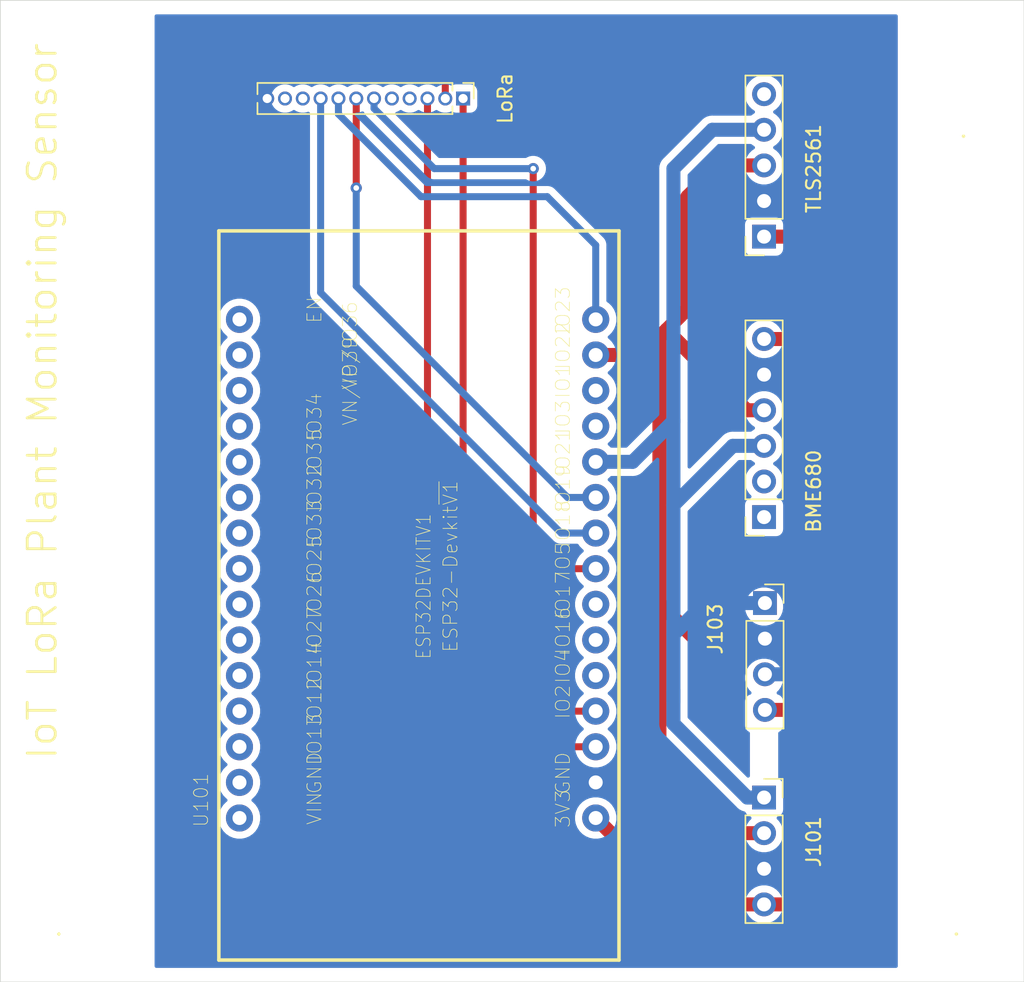
<source format=kicad_pcb>
(kicad_pcb (version 20171130) (host pcbnew "(5.1.10)-1")

  (general
    (thickness 1.6)
    (drawings 6)
    (tracks 88)
    (zones 0)
    (modules 9)
    (nets 11)
  )

  (page A4)
  (layers
    (0 F.Cu signal)
    (31 B.Cu signal)
    (32 B.Adhes user)
    (33 F.Adhes user)
    (34 B.Paste user)
    (35 F.Paste user)
    (36 B.SilkS user)
    (37 F.SilkS user)
    (38 B.Mask user)
    (39 F.Mask user)
    (40 Dwgs.User user)
    (41 Cmts.User user)
    (42 Eco1.User user)
    (43 Eco2.User user)
    (44 Edge.Cuts user)
    (45 Margin user)
    (46 B.CrtYd user)
    (47 F.CrtYd user)
    (48 B.Fab user)
    (49 F.Fab user)
  )

  (setup
    (last_trace_width 1)
    (user_trace_width 0.5)
    (user_trace_width 1)
    (trace_clearance 0.2)
    (zone_clearance 0.508)
    (zone_45_only no)
    (trace_min 0.2)
    (via_size 0.8)
    (via_drill 0.4)
    (via_min_size 0.4)
    (via_min_drill 0.3)
    (uvia_size 0.3)
    (uvia_drill 0.1)
    (uvias_allowed no)
    (uvia_min_size 0.2)
    (uvia_min_drill 0.1)
    (edge_width 0.05)
    (segment_width 0.2)
    (pcb_text_width 0.3)
    (pcb_text_size 1.5 1.5)
    (mod_edge_width 0.12)
    (mod_text_size 1 1)
    (mod_text_width 0.15)
    (pad_size 1.524 1.524)
    (pad_drill 0.762)
    (pad_to_mask_clearance 0)
    (aux_axis_origin 0 0)
    (visible_elements 7FFFFFFF)
    (pcbplotparams
      (layerselection 0x010fc_ffffffff)
      (usegerberextensions false)
      (usegerberattributes true)
      (usegerberadvancedattributes true)
      (creategerberjobfile true)
      (excludeedgelayer true)
      (linewidth 2.000000)
      (plotframeref false)
      (viasonmask false)
      (mode 1)
      (useauxorigin false)
      (hpglpennumber 1)
      (hpglpenspeed 20)
      (hpglpendiameter 15.000000)
      (psnegative false)
      (psa4output false)
      (plotreference true)
      (plotvalue true)
      (plotinvisibletext false)
      (padsonsilk false)
      (subtractmaskfromsilk false)
      (outputformat 1)
      (mirror false)
      (drillshape 0)
      (scaleselection 1)
      (outputdirectory "Gerber/"))
  )

  (net 0 "")
  (net 1 SCL)
  (net 2 SDA)
  (net 3 GNDREF)
  (net 4 3v3)
  (net 5 NSS)
  (net 6 DIO0)
  (net 7 MISO)
  (net 8 MOSI)
  (net 9 RST)
  (net 10 SCK)

  (net_class Default "This is the default net class."
    (clearance 0.2)
    (trace_width 0.25)
    (via_dia 0.8)
    (via_drill 0.4)
    (uvia_dia 0.3)
    (uvia_drill 0.1)
    (add_net 3v3)
    (add_net DIO0)
    (add_net GNDREF)
    (add_net MISO)
    (add_net MOSI)
    (add_net NSS)
    (add_net RST)
    (add_net SCK)
    (add_net SCL)
    (add_net SDA)
  )

  (module MountingHole:MountingHole_3.2mm_M3 (layer F.Cu) (tedit 56D1B4CB) (tstamp 620567F4)
    (at 106.9019 134.0255)
    (descr "Mounting Hole 3.2mm, no annular, M3")
    (tags "mounting hole 3.2mm no annular m3")
    (attr virtual)
    (fp_text reference . (at -0.7299 4.1505) (layer F.SilkS)
      (effects (font (size 1 1) (thickness 0.15)))
    )
    (fp_text value . (at 0 4.2) (layer F.Fab)
      (effects (font (size 1 1) (thickness 0.15)))
    )
    (fp_circle (center 0 0) (end 3.2 0) (layer Cmts.User) (width 0.15))
    (fp_circle (center 0 0) (end 3.45 0) (layer F.CrtYd) (width 0.05))
    (fp_text user %R (at 0.3 0) (layer F.Fab)
      (effects (font (size 1 1) (thickness 0.15)))
    )
    (pad 1 np_thru_hole circle (at 0 0) (size 3.2 3.2) (drill 3.2) (layers *.Cu *.Mask))
  )

  (module MountingHole:MountingHole_3.2mm_M3 (layer F.Cu) (tedit 56D1B4CB) (tstamp 620567F4)
    (at 170.9019 134.0255)
    (descr "Mounting Hole 3.2mm, no annular, M3")
    (tags "mounting hole 3.2mm no annular m3")
    (attr virtual)
    (fp_text reference . (at -0.7219 4.1505) (layer F.SilkS)
      (effects (font (size 1 1) (thickness 0.15)))
    )
    (fp_text value . (at 0 4.2) (layer F.Fab)
      (effects (font (size 1 1) (thickness 0.15)))
    )
    (fp_circle (center 0 0) (end 3.2 0) (layer Cmts.User) (width 0.15))
    (fp_circle (center 0 0) (end 3.45 0) (layer F.CrtYd) (width 0.05))
    (fp_text user %R (at 0.3 0) (layer F.Fab)
      (effects (font (size 1 1) (thickness 0.15)))
    )
    (pad 1 np_thru_hole circle (at 0 0) (size 3.2 3.2) (drill 3.2) (layers *.Cu *.Mask))
  )

  (module MountingHole:MountingHole_3.2mm_M3 (layer F.Cu) (tedit 56D1B4CB) (tstamp 620567F4)
    (at 170 77)
    (descr "Mounting Hole 3.2mm, no annular, M3")
    (tags "mounting hole 3.2mm no annular m3")
    (attr virtual)
    (fp_text reference . (at 0.688 4.28) (layer F.SilkS)
      (effects (font (size 1 1) (thickness 0.15)))
    )
    (fp_text value . (at 0 4.2) (layer F.Fab)
      (effects (font (size 1 1) (thickness 0.15)))
    )
    (fp_circle (center 0 0) (end 3.2 0) (layer Cmts.User) (width 0.15))
    (fp_circle (center 0 0) (end 3.45 0) (layer F.CrtYd) (width 0.05))
    (fp_text user %R (at 0.3 0) (layer F.Fab)
      (effects (font (size 1 1) (thickness 0.15)))
    )
    (pad 1 np_thru_hole circle (at 0 0) (size 3.2 3.2) (drill 3.2) (layers *.Cu *.Mask))
  )

  (module Connector_PinHeader_1.27mm:PinHeader_1x12_P1.27mm_Vertical (layer F.Cu) (tedit 59FED6E3) (tstamp 62056D5A)
    (at 135 79 270)
    (descr "Through hole straight pin header, 1x12, 1.27mm pitch, single row")
    (tags "Through hole pin header THT 1x12 1.27mm single row")
    (path /620731A8)
    (fp_text reference LoRa (at 0 -3 90) (layer F.SilkS)
      (effects (font (size 1 1) (thickness 0.15)))
    )
    (fp_text value . (at 2 14 90) (layer F.Fab)
      (effects (font (size 1 1) (thickness 0.15)))
    )
    (fp_line (start 1.55 -1.15) (end -1.55 -1.15) (layer F.CrtYd) (width 0.05))
    (fp_line (start 1.55 15.15) (end 1.55 -1.15) (layer F.CrtYd) (width 0.05))
    (fp_line (start -1.55 15.15) (end 1.55 15.15) (layer F.CrtYd) (width 0.05))
    (fp_line (start -1.55 -1.15) (end -1.55 15.15) (layer F.CrtYd) (width 0.05))
    (fp_line (start -1.11 -0.76) (end 0 -0.76) (layer F.SilkS) (width 0.12))
    (fp_line (start -1.11 0) (end -1.11 -0.76) (layer F.SilkS) (width 0.12))
    (fp_line (start 0.563471 0.76) (end 1.11 0.76) (layer F.SilkS) (width 0.12))
    (fp_line (start -1.11 0.76) (end -0.563471 0.76) (layer F.SilkS) (width 0.12))
    (fp_line (start 1.11 0.76) (end 1.11 14.665) (layer F.SilkS) (width 0.12))
    (fp_line (start -1.11 0.76) (end -1.11 14.665) (layer F.SilkS) (width 0.12))
    (fp_line (start 0.30753 14.665) (end 1.11 14.665) (layer F.SilkS) (width 0.12))
    (fp_line (start -1.11 14.665) (end -0.30753 14.665) (layer F.SilkS) (width 0.12))
    (fp_line (start -1.05 -0.11) (end -0.525 -0.635) (layer F.Fab) (width 0.1))
    (fp_line (start -1.05 14.605) (end -1.05 -0.11) (layer F.Fab) (width 0.1))
    (fp_line (start 1.05 14.605) (end -1.05 14.605) (layer F.Fab) (width 0.1))
    (fp_line (start 1.05 -0.635) (end 1.05 14.605) (layer F.Fab) (width 0.1))
    (fp_line (start -0.525 -0.635) (end 1.05 -0.635) (layer F.Fab) (width 0.1))
    (fp_text user %R (at 0 6.985) (layer F.Fab)
      (effects (font (size 1 1) (thickness 0.15)))
    )
    (pad 12 thru_hole oval (at 0 13.97 270) (size 1 1) (drill 0.65) (layers *.Cu *.Mask)
      (net 3 GNDREF))
    (pad 11 thru_hole oval (at 0 12.7 270) (size 1 1) (drill 0.65) (layers *.Cu *.Mask))
    (pad 10 thru_hole oval (at 0 11.43 270) (size 1 1) (drill 0.65) (layers *.Cu *.Mask))
    (pad 9 thru_hole oval (at 0 10.16 270) (size 1 1) (drill 0.65) (layers *.Cu *.Mask)
      (net 10 SCK))
    (pad 8 thru_hole oval (at 0 8.89 270) (size 1 1) (drill 0.65) (layers *.Cu *.Mask)
      (net 8 MOSI))
    (pad 7 thru_hole oval (at 0 7.62 270) (size 1 1) (drill 0.65) (layers *.Cu *.Mask)
      (net 7 MISO))
    (pad 6 thru_hole oval (at 0 6.35 270) (size 1 1) (drill 0.65) (layers *.Cu *.Mask)
      (net 5 NSS))
    (pad 5 thru_hole oval (at 0 5.08 270) (size 1 1) (drill 0.65) (layers *.Cu *.Mask))
    (pad 4 thru_hole oval (at 0 3.81 270) (size 1 1) (drill 0.65) (layers *.Cu *.Mask))
    (pad 3 thru_hole oval (at 0 2.54 270) (size 1 1) (drill 0.65) (layers *.Cu *.Mask)
      (net 6 DIO0))
    (pad 2 thru_hole oval (at 0 1.27 270) (size 1 1) (drill 0.65) (layers *.Cu *.Mask)
      (net 4 3v3))
    (pad 1 thru_hole rect (at 0 0 270) (size 1 1) (drill 0.65) (layers *.Cu *.Mask)
      (net 9 RST))
    (model ${KISYS3DMOD}/Connector_PinHeader_1.27mm.3dshapes/PinHeader_1x12_P1.27mm_Vertical.wrl
      (at (xyz 0 0 0))
      (scale (xyz 1 1 1))
      (rotate (xyz 0 0 0))
    )
  )

  (module ESP32DEVKITV1:ESP32-DEVKITV1 (layer F.Cu) (tedit 0) (tstamp 6205666B)
    (at 132.18784 113.79024 90)
    (path /62049B14)
    (fp_text reference U101 (at -15.24 -15.875 90) (layer F.SilkS)
      (effects (font (size 1 1) (thickness 0.05)))
    )
    (fp_text value ESP32DEVKITV1 (at 0 0 90) (layer F.SilkS)
      (effects (font (size 1 0.9) (thickness 0.05)))
    )
    (fp_line (start -26.65 -14.605) (end 25.35 -14.605) (layer F.SilkS) (width 0.254))
    (fp_line (start 25.35 -14.605) (end 25.35 13.93) (layer F.SilkS) (width 0.254))
    (fp_line (start 25.35 13.93) (end -26.65 13.93) (layer F.SilkS) (width 0.254))
    (fp_line (start -26.65 13.93) (end -26.65 -14.605) (layer F.SilkS) (width 0.254))
    (fp_text user ESP32-DEVKITV1 (at 11.35 15.97 90) (layer Eco2.User)
      (effects (font (size 1 1) (thickness 0.05)))
    )
    (fp_text user ESP32-Devkit~V1 (at 1.42 1.91 90) (layer F.SilkS)
      (effects (font (size 1 1) (thickness 0.05)))
    )
    (fp_text user EN (at 19.72 -7.79 90) (layer F.SilkS)
      (effects (font (size 1 1) (thickness 0.05)))
    )
    (fp_text user VP/IO36 (at 17.18 -5.25 90) (layer F.SilkS)
      (effects (font (size 1 1) (thickness 0.05)))
    )
    (fp_text user VN/IO39 (at 14.64 -5.25 90) (layer F.SilkS)
      (effects (font (size 1 1) (thickness 0.05)))
    )
    (fp_text user IO34 (at 12.1 -7.79 90) (layer F.SilkS)
      (effects (font (size 1 1) (thickness 0.05)))
    )
    (fp_text user IO35 (at 9.56 -7.79 90) (layer F.SilkS)
      (effects (font (size 1 1) (thickness 0.05)))
    )
    (fp_text user IO32 (at 7.02 -7.79 90) (layer F.SilkS)
      (effects (font (size 1 1) (thickness 0.05)))
    )
    (fp_text user IO33 (at 4.48 -7.79 90) (layer F.SilkS)
      (effects (font (size 1 1) (thickness 0.05)))
    )
    (fp_text user IO25 (at 1.94 -7.79 90) (layer F.SilkS)
      (effects (font (size 1 1) (thickness 0.05)))
    )
    (fp_text user IO26 (at -0.6 -7.79 90) (layer F.SilkS)
      (effects (font (size 1 1) (thickness 0.05)))
    )
    (fp_text user IO27 (at -3.14 -7.79 90) (layer F.SilkS)
      (effects (font (size 1 1) (thickness 0.05)))
    )
    (fp_text user IO14 (at -5.68 -7.79 90) (layer F.SilkS)
      (effects (font (size 1 1) (thickness 0.05)))
    )
    (fp_text user IO12 (at -8.22 -7.79 90) (layer F.SilkS)
      (effects (font (size 1 1) (thickness 0.05)))
    )
    (fp_text user IO13 (at -10.76 -7.79 90) (layer F.SilkS)
      (effects (font (size 1 1) (thickness 0.05)))
    )
    (fp_text user GND (at -13.3 -7.79 90) (layer F.SilkS)
      (effects (font (size 1 1) (thickness 0.05)))
    )
    (fp_text user VIN (at -15.84 -7.79 90) (layer F.SilkS)
      (effects (font (size 1 1) (thickness 0.05)))
    )
    (fp_text user IO23 (at 19.7 9.93 90) (layer F.SilkS)
      (effects (font (size 1 1) (thickness 0.05)))
    )
    (fp_text user IO22 (at 17.16 9.93 90) (layer F.SilkS)
      (effects (font (size 1 1) (thickness 0.05)))
    )
    (fp_text user IO1 (at 14.62 9.93 90) (layer F.SilkS)
      (effects (font (size 1 1) (thickness 0.05)))
    )
    (fp_text user IO3 (at 12.08 9.93 90) (layer F.SilkS)
      (effects (font (size 1 1) (thickness 0.05)))
    )
    (fp_text user IO21 (at 9.54 9.93 90) (layer F.SilkS)
      (effects (font (size 1 1) (thickness 0.05)))
    )
    (fp_text user IO19 (at 7 9.93 90) (layer F.SilkS)
      (effects (font (size 1 1) (thickness 0.05)))
    )
    (fp_text user IO18 (at 4.46 9.93 90) (layer F.SilkS)
      (effects (font (size 1 1) (thickness 0.05)))
    )
    (fp_text user IO5 (at 1.92 9.93 90) (layer F.SilkS)
      (effects (font (size 1 1) (thickness 0.05)))
    )
    (fp_text user IO17 (at -0.62 9.93 90) (layer F.SilkS)
      (effects (font (size 1 1) (thickness 0.05)))
    )
    (fp_text user IO16 (at -3.16 9.93 90) (layer F.SilkS)
      (effects (font (size 1 1) (thickness 0.05)))
    )
    (fp_text user IO4 (at -5.7 9.93 90) (layer F.SilkS)
      (effects (font (size 1 1) (thickness 0.05)))
    )
    (fp_text user IO2 (at -8.24 9.93 90) (layer F.SilkS)
      (effects (font (size 1 1) (thickness 0.05)))
    )
    (fp_text user GND (at -13.32 9.93 90) (layer F.SilkS)
      (effects (font (size 1 1) (thickness 0.05)))
    )
    (fp_text user 3V3 (at -15.86 9.93 90) (layer F.SilkS)
      (effects (font (size 1 1) (thickness 0.05)))
    )
    (pad EN thru_hole circle (at 19.04 -13.135 90) (size 1.9304 1.9304) (drill 1) (layers *.Cu *.Mask))
    (pad D36 thru_hole circle (at 16.5 -13.135 90) (size 1.9304 1.9304) (drill 1) (layers *.Cu *.Mask))
    (pad D39 thru_hole circle (at 13.96 -13.135 90) (size 1.9304 1.9304) (drill 1) (layers *.Cu *.Mask))
    (pad D34 thru_hole circle (at 11.42 -13.135 90) (size 1.9304 1.9304) (drill 1) (layers *.Cu *.Mask))
    (pad D35 thru_hole circle (at 8.88 -13.135 90) (size 1.9304 1.9304) (drill 1) (layers *.Cu *.Mask))
    (pad D32 thru_hole circle (at 6.34 -13.135 90) (size 1.9304 1.9304) (drill 1) (layers *.Cu *.Mask))
    (pad D33 thru_hole circle (at 3.8 -13.135 90) (size 1.9304 1.9304) (drill 1) (layers *.Cu *.Mask))
    (pad D25 thru_hole circle (at 1.26 -13.135 90) (size 1.9304 1.9304) (drill 1) (layers *.Cu *.Mask))
    (pad D26 thru_hole circle (at -1.28 -13.135 90) (size 1.9304 1.9304) (drill 1) (layers *.Cu *.Mask))
    (pad D27 thru_hole circle (at -3.82 -13.135 90) (size 1.9304 1.9304) (drill 1) (layers *.Cu *.Mask))
    (pad D14 thru_hole circle (at -6.36 -13.135 90) (size 1.9304 1.9304) (drill 1) (layers *.Cu *.Mask))
    (pad D12 thru_hole circle (at -8.9 -13.135 90) (size 1.9304 1.9304) (drill 1) (layers *.Cu *.Mask))
    (pad D13 thru_hole circle (at -11.44 -13.135 90) (size 1.9304 1.9304) (drill 1) (layers *.Cu *.Mask))
    (pad GND@1 thru_hole circle (at -13.98 -13.135 90) (size 1.9304 1.9304) (drill 1) (layers *.Cu *.Mask))
    (pad VIN thru_hole circle (at -16.52 -13.135 90) (size 1.9304 1.9304) (drill 1) (layers *.Cu *.Mask))
    (pad D23 thru_hole circle (at 19.04 12.27 90) (size 1.9304 1.9304) (drill 1) (layers *.Cu *.Mask)
      (net 8 MOSI))
    (pad D22 thru_hole circle (at 16.5 12.27 90) (size 1.9304 1.9304) (drill 1) (layers *.Cu *.Mask)
      (net 1 SCL))
    (pad D1 thru_hole circle (at 13.96 12.27 90) (size 1.9304 1.9304) (drill 1) (layers *.Cu *.Mask))
    (pad D3 thru_hole circle (at 11.42 12.27 90) (size 1.9304 1.9304) (drill 1) (layers *.Cu *.Mask))
    (pad D21 thru_hole circle (at 8.88 12.27 90) (size 1.9304 1.9304) (drill 1) (layers *.Cu *.Mask)
      (net 2 SDA))
    (pad D19 thru_hole circle (at 6.34 12.27 90) (size 1.9304 1.9304) (drill 1) (layers *.Cu *.Mask)
      (net 7 MISO))
    (pad D18 thru_hole circle (at 3.8 12.27 90) (size 1.9304 1.9304) (drill 1) (layers *.Cu *.Mask)
      (net 10 SCK))
    (pad D5 thru_hole circle (at 1.26 12.27 90) (size 1.9304 1.9304) (drill 1) (layers *.Cu *.Mask)
      (net 5 NSS))
    (pad D17 thru_hole circle (at -1.28 12.27 90) (size 1.9304 1.9304) (drill 1) (layers *.Cu *.Mask))
    (pad D16 thru_hole circle (at -3.82 12.27 90) (size 1.9304 1.9304) (drill 1) (layers *.Cu *.Mask))
    (pad D4 thru_hole circle (at -6.36 12.27 90) (size 1.9304 1.9304) (drill 1) (layers *.Cu *.Mask))
    (pad D2 thru_hole circle (at -8.9 12.27 90) (size 1.9304 1.9304) (drill 1) (layers *.Cu *.Mask)
      (net 9 RST))
    (pad D15 thru_hole circle (at -11.44 12.27 90) (size 1.9304 1.9304) (drill 1) (layers *.Cu *.Mask)
      (net 6 DIO0))
    (pad GND@2 thru_hole circle (at -13.98 12.27 90) (size 1.9304 1.9304) (drill 1) (layers *.Cu *.Mask)
      (net 3 GNDREF))
    (pad 3V3 thru_hole circle (at -16.52 12.27 90) (size 1.9304 1.9304) (drill 1) (layers *.Cu *.Mask)
      (net 4 3v3))
    (model "C:/Users/filipe/Documents/Projetos kikad/modelos_3d/esp-wroom-32-2.snapshot.2/ESP-WROOM32.STEP"
      (offset (xyz -15 -1 5))
      (scale (xyz 1 1 1))
      (rotate (xyz 90 180 -90))
    )
  )

  (module Connector_PinSocket_2.54mm:PinSocket_1x05_P2.54mm_Vertical (layer F.Cu) (tedit 5A19A420) (tstamp 62056625)
    (at 156.46292 88.85092 180)
    (descr "Through hole straight socket strip, 1x05, 2.54mm pitch, single row (from Kicad 4.0.7), script generated")
    (tags "Through hole socket strip THT 1x05 2.54mm single row")
    (path /6205124B)
    (fp_text reference TLS2561 (at -3.53708 4.85092 90) (layer F.SilkS)
      (effects (font (size 1 1) (thickness 0.15)))
    )
    (fp_text value HEADER-1x05 (at 0 12.93) (layer F.Fab)
      (effects (font (size 1 1) (thickness 0.15)))
    )
    (fp_line (start -1.8 11.9) (end -1.8 -1.8) (layer F.CrtYd) (width 0.05))
    (fp_line (start 1.75 11.9) (end -1.8 11.9) (layer F.CrtYd) (width 0.05))
    (fp_line (start 1.75 -1.8) (end 1.75 11.9) (layer F.CrtYd) (width 0.05))
    (fp_line (start -1.8 -1.8) (end 1.75 -1.8) (layer F.CrtYd) (width 0.05))
    (fp_line (start 0 -1.33) (end 1.33 -1.33) (layer F.SilkS) (width 0.12))
    (fp_line (start 1.33 -1.33) (end 1.33 0) (layer F.SilkS) (width 0.12))
    (fp_line (start 1.33 1.27) (end 1.33 11.49) (layer F.SilkS) (width 0.12))
    (fp_line (start -1.33 11.49) (end 1.33 11.49) (layer F.SilkS) (width 0.12))
    (fp_line (start -1.33 1.27) (end -1.33 11.49) (layer F.SilkS) (width 0.12))
    (fp_line (start -1.33 1.27) (end 1.33 1.27) (layer F.SilkS) (width 0.12))
    (fp_line (start -1.27 11.43) (end -1.27 -1.27) (layer F.Fab) (width 0.1))
    (fp_line (start 1.27 11.43) (end -1.27 11.43) (layer F.Fab) (width 0.1))
    (fp_line (start 1.27 -0.635) (end 1.27 11.43) (layer F.Fab) (width 0.1))
    (fp_line (start 0.635 -1.27) (end 1.27 -0.635) (layer F.Fab) (width 0.1))
    (fp_line (start -1.27 -1.27) (end 0.635 -1.27) (layer F.Fab) (width 0.1))
    (fp_text user %R (at 0 5.08 90) (layer F.Fab)
      (effects (font (size 1 1) (thickness 0.15)))
    )
    (pad 5 thru_hole oval (at 0 10.16 180) (size 1.7 1.7) (drill 1) (layers *.Cu *.Mask))
    (pad 4 thru_hole oval (at 0 7.62 180) (size 1.7 1.7) (drill 1) (layers *.Cu *.Mask)
      (net 2 SDA))
    (pad 3 thru_hole oval (at 0 5.08 180) (size 1.7 1.7) (drill 1) (layers *.Cu *.Mask)
      (net 1 SCL))
    (pad 2 thru_hole oval (at 0 2.54 180) (size 1.7 1.7) (drill 1) (layers *.Cu *.Mask)
      (net 3 GNDREF))
    (pad 1 thru_hole rect (at 0 0 180) (size 1.7 1.7) (drill 1) (layers *.Cu *.Mask)
      (net 4 3v3))
    (model ${KISYS3DMOD}/Connector_PinSocket_2.54mm.3dshapes/PinSocket_1x05_P2.54mm_Vertical.wrl
      (at (xyz 0 0 0))
      (scale (xyz 1 1 1))
      (rotate (xyz 0 0 0))
    )
  )

  (module Connector_PinSocket_2.54mm:PinSocket_1x04_P2.54mm_Vertical (layer F.Cu) (tedit 5A19A429) (tstamp 620568FC)
    (at 156.52496 114.98072)
    (descr "Through hole straight socket strip, 1x04, 2.54mm pitch, single row (from Kicad 4.0.7), script generated")
    (tags "Through hole socket strip THT 1x04 2.54mm single row")
    (path /62050C28)
    (fp_text reference J103 (at -3.53708 1.85092 90) (layer F.SilkS)
      (effects (font (size 1 1) (thickness 0.15)))
    )
    (fp_text value SGP30 (at -1.53708 -1.14908 90) (layer F.Fab)
      (effects (font (size 1 1) (thickness 0.15)))
    )
    (fp_line (start -1.8 9.4) (end -1.8 -1.8) (layer F.CrtYd) (width 0.05))
    (fp_line (start 1.75 9.4) (end -1.8 9.4) (layer F.CrtYd) (width 0.05))
    (fp_line (start 1.75 -1.8) (end 1.75 9.4) (layer F.CrtYd) (width 0.05))
    (fp_line (start -1.8 -1.8) (end 1.75 -1.8) (layer F.CrtYd) (width 0.05))
    (fp_line (start 0 -1.33) (end 1.33 -1.33) (layer F.SilkS) (width 0.12))
    (fp_line (start 1.33 -1.33) (end 1.33 0) (layer F.SilkS) (width 0.12))
    (fp_line (start 1.33 1.27) (end 1.33 8.95) (layer F.SilkS) (width 0.12))
    (fp_line (start -1.33 8.95) (end 1.33 8.95) (layer F.SilkS) (width 0.12))
    (fp_line (start -1.33 1.27) (end -1.33 8.95) (layer F.SilkS) (width 0.12))
    (fp_line (start -1.33 1.27) (end 1.33 1.27) (layer F.SilkS) (width 0.12))
    (fp_line (start -1.27 8.89) (end -1.27 -1.27) (layer F.Fab) (width 0.1))
    (fp_line (start 1.27 8.89) (end -1.27 8.89) (layer F.Fab) (width 0.1))
    (fp_line (start 1.27 -0.635) (end 1.27 8.89) (layer F.Fab) (width 0.1))
    (fp_line (start 0.635 -1.27) (end 1.27 -0.635) (layer F.Fab) (width 0.1))
    (fp_line (start -1.27 -1.27) (end 0.635 -1.27) (layer F.Fab) (width 0.1))
    (fp_text user %R (at 0 3.81 90) (layer F.Fab)
      (effects (font (size 1 1) (thickness 0.15)))
    )
    (pad 4 thru_hole oval (at 0 7.62) (size 1.7 1.7) (drill 1) (layers *.Cu *.Mask)
      (net 4 3v3))
    (pad 3 thru_hole oval (at 0 5.08) (size 1.7 1.7) (drill 1) (layers *.Cu *.Mask)
      (net 3 GNDREF))
    (pad 2 thru_hole oval (at 0 2.54) (size 1.7 1.7) (drill 1) (layers *.Cu *.Mask)
      (net 1 SCL))
    (pad 1 thru_hole rect (at 0 0) (size 1.7 1.7) (drill 1) (layers *.Cu *.Mask)
      (net 2 SDA))
    (model ${KISYS3DMOD}/Connector_PinSocket_2.54mm.3dshapes/PinSocket_1x04_P2.54mm_Vertical.wrl
      (at (xyz 0 0 0))
      (scale (xyz 1 1 1))
      (rotate (xyz 0 0 0))
    )
  )

  (module Connector_PinSocket_2.54mm:PinSocket_1x06_P2.54mm_Vertical (layer F.Cu) (tedit 5A19A430) (tstamp 620565F4)
    (at 156.46292 108.85092 180)
    (descr "Through hole straight socket strip, 1x06, 2.54mm pitch, single row (from Kicad 4.0.7), script generated")
    (tags "Through hole socket strip THT 1x06 2.54mm single row")
    (path /620524DF)
    (fp_text reference BME680 (at -3.53708 1.85092 90) (layer F.SilkS)
      (effects (font (size 1 1) (thickness 0.15)))
    )
    (fp_text value HEADER-1x06 (at 0 15.47) (layer F.Fab)
      (effects (font (size 1 1) (thickness 0.15)))
    )
    (fp_line (start -1.8 14.45) (end -1.8 -1.8) (layer F.CrtYd) (width 0.05))
    (fp_line (start 1.75 14.45) (end -1.8 14.45) (layer F.CrtYd) (width 0.05))
    (fp_line (start 1.75 -1.8) (end 1.75 14.45) (layer F.CrtYd) (width 0.05))
    (fp_line (start -1.8 -1.8) (end 1.75 -1.8) (layer F.CrtYd) (width 0.05))
    (fp_line (start 0 -1.33) (end 1.33 -1.33) (layer F.SilkS) (width 0.12))
    (fp_line (start 1.33 -1.33) (end 1.33 0) (layer F.SilkS) (width 0.12))
    (fp_line (start 1.33 1.27) (end 1.33 14.03) (layer F.SilkS) (width 0.12))
    (fp_line (start -1.33 14.03) (end 1.33 14.03) (layer F.SilkS) (width 0.12))
    (fp_line (start -1.33 1.27) (end -1.33 14.03) (layer F.SilkS) (width 0.12))
    (fp_line (start -1.33 1.27) (end 1.33 1.27) (layer F.SilkS) (width 0.12))
    (fp_line (start -1.27 13.97) (end -1.27 -1.27) (layer F.Fab) (width 0.1))
    (fp_line (start 1.27 13.97) (end -1.27 13.97) (layer F.Fab) (width 0.1))
    (fp_line (start 1.27 -0.635) (end 1.27 13.97) (layer F.Fab) (width 0.1))
    (fp_line (start 0.635 -1.27) (end 1.27 -0.635) (layer F.Fab) (width 0.1))
    (fp_line (start -1.27 -1.27) (end 0.635 -1.27) (layer F.Fab) (width 0.1))
    (fp_text user %R (at 0 6.35 90) (layer F.Fab)
      (effects (font (size 1 1) (thickness 0.15)))
    )
    (pad 6 thru_hole oval (at 0 12.7 180) (size 1.7 1.7) (drill 1) (layers *.Cu *.Mask)
      (net 4 3v3))
    (pad 5 thru_hole oval (at 0 10.16 180) (size 1.7 1.7) (drill 1) (layers *.Cu *.Mask)
      (net 3 GNDREF))
    (pad 4 thru_hole oval (at 0 7.62 180) (size 1.7 1.7) (drill 1) (layers *.Cu *.Mask)
      (net 1 SCL))
    (pad 3 thru_hole oval (at 0 5.08 180) (size 1.7 1.7) (drill 1) (layers *.Cu *.Mask)
      (net 2 SDA))
    (pad 2 thru_hole oval (at 0 2.54 180) (size 1.7 1.7) (drill 1) (layers *.Cu *.Mask))
    (pad 1 thru_hole rect (at 0 0 180) (size 1.7 1.7) (drill 1) (layers *.Cu *.Mask))
    (model ${KISYS3DMOD}/Connector_PinSocket_2.54mm.3dshapes/PinSocket_1x06_P2.54mm_Vertical.wrl
      (at (xyz 0 0 0))
      (scale (xyz 1 1 1))
      (rotate (xyz 0 0 0))
    )
  )

  (module Connector_PinSocket_2.54mm:PinSocket_1x04_P2.54mm_Vertical (layer F.Cu) (tedit 5A19A429) (tstamp 620568B7)
    (at 156.46292 128.85092)
    (descr "Through hole straight socket strip, 1x04, 2.54mm pitch, single row (from Kicad 4.0.7), script generated")
    (tags "Through hole socket strip THT 1x04 2.54mm single row")
    (path /6204C84C)
    (fp_text reference J101 (at 3.53708 3.14908 90) (layer F.SilkS)
      (effects (font (size 1 1) (thickness 0.15)))
    )
    (fp_text value SHT31 (at -2.46292 4.14908 90) (layer F.Fab)
      (effects (font (size 1 1) (thickness 0.15)))
    )
    (fp_line (start -1.8 9.4) (end -1.8 -1.8) (layer F.CrtYd) (width 0.05))
    (fp_line (start 1.75 9.4) (end -1.8 9.4) (layer F.CrtYd) (width 0.05))
    (fp_line (start 1.75 -1.8) (end 1.75 9.4) (layer F.CrtYd) (width 0.05))
    (fp_line (start -1.8 -1.8) (end 1.75 -1.8) (layer F.CrtYd) (width 0.05))
    (fp_line (start 0 -1.33) (end 1.33 -1.33) (layer F.SilkS) (width 0.12))
    (fp_line (start 1.33 -1.33) (end 1.33 0) (layer F.SilkS) (width 0.12))
    (fp_line (start 1.33 1.27) (end 1.33 8.95) (layer F.SilkS) (width 0.12))
    (fp_line (start -1.33 8.95) (end 1.33 8.95) (layer F.SilkS) (width 0.12))
    (fp_line (start -1.33 1.27) (end -1.33 8.95) (layer F.SilkS) (width 0.12))
    (fp_line (start -1.33 1.27) (end 1.33 1.27) (layer F.SilkS) (width 0.12))
    (fp_line (start -1.27 8.89) (end -1.27 -1.27) (layer F.Fab) (width 0.1))
    (fp_line (start 1.27 8.89) (end -1.27 8.89) (layer F.Fab) (width 0.1))
    (fp_line (start 1.27 -0.635) (end 1.27 8.89) (layer F.Fab) (width 0.1))
    (fp_line (start 0.635 -1.27) (end 1.27 -0.635) (layer F.Fab) (width 0.1))
    (fp_line (start -1.27 -1.27) (end 0.635 -1.27) (layer F.Fab) (width 0.1))
    (fp_text user %R (at 0 3.81 90) (layer F.Fab)
      (effects (font (size 1 1) (thickness 0.15)))
    )
    (pad 4 thru_hole oval (at 0 7.62) (size 1.7 1.7) (drill 1) (layers *.Cu *.Mask)
      (net 4 3v3))
    (pad 3 thru_hole oval (at 0 5.08) (size 1.7 1.7) (drill 1) (layers *.Cu *.Mask)
      (net 3 GNDREF))
    (pad 2 thru_hole oval (at 0 2.54) (size 1.7 1.7) (drill 1) (layers *.Cu *.Mask)
      (net 1 SCL))
    (pad 1 thru_hole rect (at 0 0) (size 1.7 1.7) (drill 1) (layers *.Cu *.Mask)
      (net 2 SDA))
    (model ${KISYS3DMOD}/Connector_PinSocket_2.54mm.3dshapes/PinSocket_1x04_P2.54mm_Vertical.wrl
      (at (xyz 0 0 0))
      (scale (xyz 1 1 1))
      (rotate (xyz 0 0 0))
    )
  )

  (gr_line (start 102 72) (end 102 142) (layer Edge.Cuts) (width 0.05))
  (gr_line (start 175 72) (end 102 72) (layer Edge.Cuts) (width 0.05))
  (gr_text "IoT LoRa Plant Monitoring Sensor" (at 105 100.584 90) (layer F.SilkS)
    (effects (font (size 2 2) (thickness 0.2)))
  )
  (gr_line (start 175 142) (end 174 142) (layer Edge.Cuts) (width 0.05) (tstamp 62052D03))
  (gr_line (start 175 72) (end 175 142) (layer Edge.Cuts) (width 0.05))
  (gr_line (start 174 142) (end 102 142) (layer Edge.Cuts) (width 0.05))

  (segment (start 144.45784 97.29024) (end 147.70976 97.29024) (width 1) (layer F.Cu) (net 1))
  (segment (start 156.46292 83.77092) (end 153.22908 83.77092) (width 1) (layer F.Cu) (net 1))
  (segment (start 151 86) (end 151 94) (width 1) (layer F.Cu) (net 1))
  (segment (start 153.22908 83.77092) (end 151 86) (width 1) (layer F.Cu) (net 1))
  (segment (start 155.23092 101.23092) (end 149.5 95.5) (width 1) (layer F.Cu) (net 1))
  (segment (start 156.46292 101.23092) (end 155.23092 101.23092) (width 1) (layer F.Cu) (net 1))
  (segment (start 149.5 95.5) (end 151 94) (width 1) (layer F.Cu) (net 1))
  (segment (start 147.70976 97.29024) (end 149 96) (width 1) (layer F.Cu) (net 1))
  (segment (start 149 96) (end 149.5 95.5) (width 1) (layer F.Cu) (net 1))
  (segment (start 149 115) (end 149 128) (width 1) (layer F.Cu) (net 1))
  (segment (start 149 96) (end 149 115) (width 1) (layer F.Cu) (net 1))
  (segment (start 149 115) (end 149 116) (width 1) (layer F.Cu) (net 1))
  (segment (start 152.39092 131.39092) (end 156.46292 131.39092) (width 1) (layer F.Cu) (net 1))
  (segment (start 149 128) (end 152.39092 131.39092) (width 1) (layer F.Cu) (net 1))
  (segment (start 151.52072 117.52072) (end 149 115) (width 1) (layer F.Cu) (net 1))
  (segment (start 156.52496 117.52072) (end 151.52072 117.52072) (width 1) (layer F.Cu) (net 1))
  (segment (start 152.76908 81.23092) (end 156.46292 81.23092) (width 1) (layer B.Cu) (net 2))
  (segment (start 150 84) (end 152.76908 81.23092) (width 1) (layer B.Cu) (net 2))
  (segment (start 154.22908 103.77092) (end 150 108) (width 1) (layer B.Cu) (net 2))
  (segment (start 156.46292 103.77092) (end 154.22908 103.77092) (width 1) (layer B.Cu) (net 2))
  (segment (start 147.08976 104.91024) (end 150 102) (width 1) (layer B.Cu) (net 2))
  (segment (start 144.45784 104.91024) (end 147.08976 104.91024) (width 1) (layer B.Cu) (net 2))
  (segment (start 150 102) (end 150 84) (width 1) (layer B.Cu) (net 2))
  (segment (start 150 108) (end 150 102) (width 1) (layer B.Cu) (net 2))
  (segment (start 150 123.584) (end 150 121.272) (width 1) (layer B.Cu) (net 2))
  (segment (start 150 122) (end 150 121.272) (width 1) (layer B.Cu) (net 2))
  (segment (start 155.26692 128.85092) (end 150 123.584) (width 1) (layer B.Cu) (net 2))
  (segment (start 156.46292 128.85092) (end 155.26692 128.85092) (width 1) (layer B.Cu) (net 2))
  (segment (start 152.24252 114.98072) (end 150 117.22324) (width 1) (layer B.Cu) (net 2))
  (segment (start 156.52496 114.98072) (end 152.24252 114.98072) (width 1) (layer B.Cu) (net 2))
  (segment (start 150 117.22324) (end 150 108) (width 1) (layer B.Cu) (net 2))
  (segment (start 150 121.272) (end 150 117.22324) (width 1) (layer B.Cu) (net 2))
  (segment (start 156.46292 133.93092) (end 152.45768 133.93092) (width 1) (layer B.Cu) (net 3))
  (segment (start 146.297 127.77024) (end 144.45784 127.77024) (width 1) (layer B.Cu) (net 3))
  (segment (start 152.45768 133.93092) (end 146.297 127.77024) (width 1) (layer B.Cu) (net 3))
  (segment (start 156.52496 120.06072) (end 159.21228 120.06072) (width 1) (layer B.Cu) (net 3))
  (segment (start 159.21228 120.06072) (end 161.42208 122.27052) (width 1) (layer B.Cu) (net 3))
  (segment (start 161.42208 122.27052) (end 161.42208 131.57708) (width 1) (layer B.Cu) (net 3))
  (segment (start 159.06824 133.93092) (end 156.46292 133.93092) (width 1) (layer B.Cu) (net 3))
  (segment (start 161.42208 131.57708) (end 159.06824 133.93092) (width 1) (layer B.Cu) (net 3))
  (segment (start 156.16292 95.85092) (end 156.46292 96.15092) (width 0.25) (layer B.Cu) (net 4))
  (segment (start 162.52908 136.47092) (end 156.46292 136.47092) (width 1) (layer F.Cu) (net 4))
  (segment (start 164 135) (end 162.52908 136.47092) (width 1) (layer F.Cu) (net 4))
  (segment (start 150.61852 136.47092) (end 144.45784 130.31024) (width 1) (layer F.Cu) (net 4))
  (segment (start 156.46292 136.47092) (end 150.61852 136.47092) (width 1) (layer F.Cu) (net 4))
  (segment (start 156.46292 88.85092) (end 161.14908 88.85092) (width 1) (layer F.Cu) (net 4))
  (segment (start 161.14908 88.85092) (end 164 86) (width 1) (layer F.Cu) (net 4))
  (segment (start 164 78) (end 164 86) (width 1) (layer F.Cu) (net 4))
  (segment (start 162.84908 96.15092) (end 164 95) (width 1) (layer F.Cu) (net 4))
  (segment (start 156.46292 96.15092) (end 162.84908 96.15092) (width 1) (layer F.Cu) (net 4))
  (segment (start 164 95) (end 164 113) (width 1) (layer F.Cu) (net 4))
  (segment (start 164 86) (end 164 95) (width 1) (layer F.Cu) (net 4))
  (segment (start 133.73 79) (end 133.73 76.27) (width 0.5) (layer F.Cu) (net 4))
  (segment (start 161 75) (end 164 78) (width 0.5) (layer F.Cu) (net 4))
  (segment (start 135 75) (end 161 75) (width 0.5) (layer F.Cu) (net 4))
  (segment (start 133.73 76.27) (end 135 75) (width 0.5) (layer F.Cu) (net 4))
  (segment (start 156.52496 122.60072) (end 162.44824 122.60072) (width 1) (layer F.Cu) (net 4))
  (segment (start 162.44824 122.60072) (end 164 121.04896) (width 1) (layer F.Cu) (net 4))
  (segment (start 164 121.04896) (end 164 135) (width 1) (layer F.Cu) (net 4))
  (segment (start 164 113) (end 164 121.04896) (width 1) (layer F.Cu) (net 4))
  (segment (start 128.65 79.707106) (end 132.942894 84) (width 0.5) (layer B.Cu) (net 5))
  (segment (start 128.65 79) (end 128.65 79.707106) (width 0.5) (layer B.Cu) (net 5))
  (segment (start 132.942894 84) (end 140 84) (width 0.5) (layer B.Cu) (net 5))
  (segment (start 140 84) (end 140 84) (width 0.5) (layer B.Cu) (net 5) (tstamp 620573C3))
  (via (at 140 84) (size 0.8) (drill 0.4) (layers F.Cu B.Cu) (net 5))
  (segment (start 140 84) (end 140 111) (width 0.5) (layer F.Cu) (net 5))
  (segment (start 141.53024 112.53024) (end 144.45784 112.53024) (width 0.5) (layer F.Cu) (net 5))
  (segment (start 140 111) (end 141.53024 112.53024) (width 0.5) (layer F.Cu) (net 5))
  (segment (start 132.46 79) (end 132.46 115.46) (width 0.5) (layer F.Cu) (net 6))
  (segment (start 142.23024 125.23024) (end 144.45784 125.23024) (width 0.5) (layer F.Cu) (net 6))
  (segment (start 132.46 115.46) (end 142.23024 125.23024) (width 0.5) (layer F.Cu) (net 6))
  (segment (start 127.38 79) (end 127.38 85.38) (width 0.5) (layer F.Cu) (net 7))
  (segment (start 127.38 85.38) (end 127.38 85.38) (width 0.5) (layer F.Cu) (net 7) (tstamp 620573C5))
  (via (at 127.38 85.38) (size 0.8) (drill 0.4) (layers F.Cu B.Cu) (net 7))
  (segment (start 127.38 85.38) (end 127.38 92.38) (width 0.5) (layer B.Cu) (net 7))
  (segment (start 142.45024 107.45024) (end 144.45784 107.45024) (width 0.5) (layer B.Cu) (net 7))
  (segment (start 127.38 92.38) (end 142.45024 107.45024) (width 0.5) (layer B.Cu) (net 7))
  (segment (start 126.11 79) (end 126.11 80.11) (width 0.5) (layer B.Cu) (net 8))
  (segment (start 126.11 80.11) (end 132 86) (width 0.5) (layer B.Cu) (net 8))
  (segment (start 132 86) (end 141 86) (width 0.5) (layer B.Cu) (net 8))
  (segment (start 144.45784 89.45784) (end 144.45784 94.75024) (width 0.5) (layer B.Cu) (net 8))
  (segment (start 141 86) (end 144.45784 89.45784) (width 0.5) (layer B.Cu) (net 8))
  (segment (start 135 79) (end 135 115) (width 0.5) (layer F.Cu) (net 9))
  (segment (start 142.69024 122.69024) (end 144.45784 122.69024) (width 0.5) (layer F.Cu) (net 9))
  (segment (start 135 115) (end 142.69024 122.69024) (width 0.5) (layer F.Cu) (net 9))
  (segment (start 124.84 79) (end 124.84 92.84) (width 0.5) (layer B.Cu) (net 10))
  (segment (start 141.99024 109.99024) (end 144.45784 109.99024) (width 0.5) (layer B.Cu) (net 10))
  (segment (start 124.84 92.84) (end 141.99024 109.99024) (width 0.5) (layer B.Cu) (net 10))

  (zone (net 3) (net_name GNDREF) (layer B.Cu) (tstamp 6205A59D) (hatch edge 0.508)
    (connect_pads yes (clearance 0.508))
    (min_thickness 0.254)
    (fill yes (arc_segments 32) (thermal_gap 0.508) (thermal_bridge_width 0.508))
    (polygon
      (pts
        (xy 166 141) (xy 113 141) (xy 113 73) (xy 166 73)
      )
    )
    (filled_polygon
      (pts
        (xy 165.873 140.873) (xy 113.127 140.873) (xy 113.127 136.32466) (xy 154.97792 136.32466) (xy 154.97792 136.61718)
        (xy 155.034988 136.904078) (xy 155.14693 137.174331) (xy 155.309445 137.417552) (xy 155.516288 137.624395) (xy 155.759509 137.78691)
        (xy 156.029762 137.898852) (xy 156.31666 137.95592) (xy 156.60918 137.95592) (xy 156.896078 137.898852) (xy 157.166331 137.78691)
        (xy 157.409552 137.624395) (xy 157.616395 137.417552) (xy 157.77891 137.174331) (xy 157.890852 136.904078) (xy 157.94792 136.61718)
        (xy 157.94792 136.32466) (xy 157.890852 136.037762) (xy 157.77891 135.767509) (xy 157.616395 135.524288) (xy 157.409552 135.317445)
        (xy 157.166331 135.15493) (xy 156.896078 135.042988) (xy 156.60918 134.98592) (xy 156.31666 134.98592) (xy 156.029762 135.042988)
        (xy 155.759509 135.15493) (xy 155.516288 135.317445) (xy 155.309445 135.524288) (xy 155.14693 135.767509) (xy 155.034988 136.037762)
        (xy 154.97792 136.32466) (xy 113.127 136.32466) (xy 113.127 94.592634) (xy 117.45264 94.592634) (xy 117.45264 94.907846)
        (xy 117.514134 95.217001) (xy 117.634761 95.508219) (xy 117.809883 95.770308) (xy 118.032772 95.993197) (xy 118.073245 96.02024)
        (xy 118.032772 96.047283) (xy 117.809883 96.270172) (xy 117.634761 96.532261) (xy 117.514134 96.823479) (xy 117.45264 97.132634)
        (xy 117.45264 97.447846) (xy 117.514134 97.757001) (xy 117.634761 98.048219) (xy 117.809883 98.310308) (xy 118.032772 98.533197)
        (xy 118.073245 98.56024) (xy 118.032772 98.587283) (xy 117.809883 98.810172) (xy 117.634761 99.072261) (xy 117.514134 99.363479)
        (xy 117.45264 99.672634) (xy 117.45264 99.987846) (xy 117.514134 100.297001) (xy 117.634761 100.588219) (xy 117.809883 100.850308)
        (xy 118.032772 101.073197) (xy 118.073245 101.10024) (xy 118.032772 101.127283) (xy 117.809883 101.350172) (xy 117.634761 101.612261)
        (xy 117.514134 101.903479) (xy 117.45264 102.212634) (xy 117.45264 102.527846) (xy 117.514134 102.837001) (xy 117.634761 103.128219)
        (xy 117.809883 103.390308) (xy 118.032772 103.613197) (xy 118.073245 103.64024) (xy 118.032772 103.667283) (xy 117.809883 103.890172)
        (xy 117.634761 104.152261) (xy 117.514134 104.443479) (xy 117.45264 104.752634) (xy 117.45264 105.067846) (xy 117.514134 105.377001)
        (xy 117.634761 105.668219) (xy 117.809883 105.930308) (xy 118.032772 106.153197) (xy 118.073245 106.18024) (xy 118.032772 106.207283)
        (xy 117.809883 106.430172) (xy 117.634761 106.692261) (xy 117.514134 106.983479) (xy 117.45264 107.292634) (xy 117.45264 107.607846)
        (xy 117.514134 107.917001) (xy 117.634761 108.208219) (xy 117.809883 108.470308) (xy 118.032772 108.693197) (xy 118.073245 108.72024)
        (xy 118.032772 108.747283) (xy 117.809883 108.970172) (xy 117.634761 109.232261) (xy 117.514134 109.523479) (xy 117.45264 109.832634)
        (xy 117.45264 110.147846) (xy 117.514134 110.457001) (xy 117.634761 110.748219) (xy 117.809883 111.010308) (xy 118.032772 111.233197)
        (xy 118.073245 111.26024) (xy 118.032772 111.287283) (xy 117.809883 111.510172) (xy 117.634761 111.772261) (xy 117.514134 112.063479)
        (xy 117.45264 112.372634) (xy 117.45264 112.687846) (xy 117.514134 112.997001) (xy 117.634761 113.288219) (xy 117.809883 113.550308)
        (xy 118.032772 113.773197) (xy 118.073245 113.80024) (xy 118.032772 113.827283) (xy 117.809883 114.050172) (xy 117.634761 114.312261)
        (xy 117.514134 114.603479) (xy 117.45264 114.912634) (xy 117.45264 115.227846) (xy 117.514134 115.537001) (xy 117.634761 115.828219)
        (xy 117.809883 116.090308) (xy 118.032772 116.313197) (xy 118.073245 116.34024) (xy 118.032772 116.367283) (xy 117.809883 116.590172)
        (xy 117.634761 116.852261) (xy 117.514134 117.143479) (xy 117.45264 117.452634) (xy 117.45264 117.767846) (xy 117.514134 118.077001)
        (xy 117.634761 118.368219) (xy 117.809883 118.630308) (xy 118.032772 118.853197) (xy 118.073245 118.88024) (xy 118.032772 118.907283)
        (xy 117.809883 119.130172) (xy 117.634761 119.392261) (xy 117.514134 119.683479) (xy 117.45264 119.992634) (xy 117.45264 120.307846)
        (xy 117.514134 120.617001) (xy 117.634761 120.908219) (xy 117.809883 121.170308) (xy 118.032772 121.393197) (xy 118.073245 121.42024)
        (xy 118.032772 121.447283) (xy 117.809883 121.670172) (xy 117.634761 121.932261) (xy 117.514134 122.223479) (xy 117.45264 122.532634)
        (xy 117.45264 122.847846) (xy 117.514134 123.157001) (xy 117.634761 123.448219) (xy 117.809883 123.710308) (xy 118.032772 123.933197)
        (xy 118.073245 123.96024) (xy 118.032772 123.987283) (xy 117.809883 124.210172) (xy 117.634761 124.472261) (xy 117.514134 124.763479)
        (xy 117.45264 125.072634) (xy 117.45264 125.387846) (xy 117.514134 125.697001) (xy 117.634761 125.988219) (xy 117.809883 126.250308)
        (xy 118.032772 126.473197) (xy 118.073245 126.50024) (xy 118.032772 126.527283) (xy 117.809883 126.750172) (xy 117.634761 127.012261)
        (xy 117.514134 127.303479) (xy 117.45264 127.612634) (xy 117.45264 127.927846) (xy 117.514134 128.237001) (xy 117.634761 128.528219)
        (xy 117.809883 128.790308) (xy 118.032772 129.013197) (xy 118.073245 129.04024) (xy 118.032772 129.067283) (xy 117.809883 129.290172)
        (xy 117.634761 129.552261) (xy 117.514134 129.843479) (xy 117.45264 130.152634) (xy 117.45264 130.467846) (xy 117.514134 130.777001)
        (xy 117.634761 131.068219) (xy 117.809883 131.330308) (xy 118.032772 131.553197) (xy 118.294861 131.728319) (xy 118.586079 131.848946)
        (xy 118.895234 131.91044) (xy 119.210446 131.91044) (xy 119.519601 131.848946) (xy 119.810819 131.728319) (xy 120.072908 131.553197)
        (xy 120.295797 131.330308) (xy 120.470919 131.068219) (xy 120.591546 130.777001) (xy 120.65304 130.467846) (xy 120.65304 130.152634)
        (xy 142.85764 130.152634) (xy 142.85764 130.467846) (xy 142.919134 130.777001) (xy 143.039761 131.068219) (xy 143.214883 131.330308)
        (xy 143.437772 131.553197) (xy 143.699861 131.728319) (xy 143.991079 131.848946) (xy 144.300234 131.91044) (xy 144.615446 131.91044)
        (xy 144.924601 131.848946) (xy 145.215819 131.728319) (xy 145.477908 131.553197) (xy 145.700797 131.330308) (xy 145.875919 131.068219)
        (xy 145.996546 130.777001) (xy 146.05804 130.467846) (xy 146.05804 130.152634) (xy 145.996546 129.843479) (xy 145.875919 129.552261)
        (xy 145.700797 129.290172) (xy 145.477908 129.067283) (xy 145.215819 128.892161) (xy 144.924601 128.771534) (xy 144.615446 128.71004)
        (xy 144.300234 128.71004) (xy 143.991079 128.771534) (xy 143.699861 128.892161) (xy 143.437772 129.067283) (xy 143.214883 129.290172)
        (xy 143.039761 129.552261) (xy 142.919134 129.843479) (xy 142.85764 130.152634) (xy 120.65304 130.152634) (xy 120.591546 129.843479)
        (xy 120.470919 129.552261) (xy 120.295797 129.290172) (xy 120.072908 129.067283) (xy 120.032435 129.04024) (xy 120.072908 129.013197)
        (xy 120.295797 128.790308) (xy 120.470919 128.528219) (xy 120.591546 128.237001) (xy 120.65304 127.927846) (xy 120.65304 127.612634)
        (xy 120.591546 127.303479) (xy 120.470919 127.012261) (xy 120.295797 126.750172) (xy 120.072908 126.527283) (xy 120.032435 126.50024)
        (xy 120.072908 126.473197) (xy 120.295797 126.250308) (xy 120.470919 125.988219) (xy 120.591546 125.697001) (xy 120.65304 125.387846)
        (xy 120.65304 125.072634) (xy 120.591546 124.763479) (xy 120.470919 124.472261) (xy 120.295797 124.210172) (xy 120.072908 123.987283)
        (xy 120.032435 123.96024) (xy 120.072908 123.933197) (xy 120.295797 123.710308) (xy 120.470919 123.448219) (xy 120.591546 123.157001)
        (xy 120.65304 122.847846) (xy 120.65304 122.532634) (xy 120.591546 122.223479) (xy 120.470919 121.932261) (xy 120.295797 121.670172)
        (xy 120.072908 121.447283) (xy 120.032435 121.42024) (xy 120.072908 121.393197) (xy 120.295797 121.170308) (xy 120.470919 120.908219)
        (xy 120.591546 120.617001) (xy 120.65304 120.307846) (xy 120.65304 119.992634) (xy 120.591546 119.683479) (xy 120.470919 119.392261)
        (xy 120.295797 119.130172) (xy 120.072908 118.907283) (xy 120.032435 118.88024) (xy 120.072908 118.853197) (xy 120.295797 118.630308)
        (xy 120.470919 118.368219) (xy 120.591546 118.077001) (xy 120.65304 117.767846) (xy 120.65304 117.452634) (xy 120.591546 117.143479)
        (xy 120.470919 116.852261) (xy 120.295797 116.590172) (xy 120.072908 116.367283) (xy 120.032435 116.34024) (xy 120.072908 116.313197)
        (xy 120.295797 116.090308) (xy 120.470919 115.828219) (xy 120.591546 115.537001) (xy 120.65304 115.227846) (xy 120.65304 114.912634)
        (xy 120.591546 114.603479) (xy 120.470919 114.312261) (xy 120.295797 114.050172) (xy 120.072908 113.827283) (xy 120.032435 113.80024)
        (xy 120.072908 113.773197) (xy 120.295797 113.550308) (xy 120.470919 113.288219) (xy 120.591546 112.997001) (xy 120.65304 112.687846)
        (xy 120.65304 112.372634) (xy 120.591546 112.063479) (xy 120.470919 111.772261) (xy 120.295797 111.510172) (xy 120.072908 111.287283)
        (xy 120.032435 111.26024) (xy 120.072908 111.233197) (xy 120.295797 111.010308) (xy 120.470919 110.748219) (xy 120.591546 110.457001)
        (xy 120.65304 110.147846) (xy 120.65304 109.832634) (xy 120.591546 109.523479) (xy 120.470919 109.232261) (xy 120.295797 108.970172)
        (xy 120.072908 108.747283) (xy 120.032435 108.72024) (xy 120.072908 108.693197) (xy 120.295797 108.470308) (xy 120.470919 108.208219)
        (xy 120.591546 107.917001) (xy 120.65304 107.607846) (xy 120.65304 107.292634) (xy 120.591546 106.983479) (xy 120.470919 106.692261)
        (xy 120.295797 106.430172) (xy 120.072908 106.207283) (xy 120.032435 106.18024) (xy 120.072908 106.153197) (xy 120.295797 105.930308)
        (xy 120.470919 105.668219) (xy 120.591546 105.377001) (xy 120.65304 105.067846) (xy 120.65304 104.752634) (xy 120.591546 104.443479)
        (xy 120.470919 104.152261) (xy 120.295797 103.890172) (xy 120.072908 103.667283) (xy 120.032435 103.64024) (xy 120.072908 103.613197)
        (xy 120.295797 103.390308) (xy 120.470919 103.128219) (xy 120.591546 102.837001) (xy 120.65304 102.527846) (xy 120.65304 102.212634)
        (xy 120.591546 101.903479) (xy 120.470919 101.612261) (xy 120.295797 101.350172) (xy 120.072908 101.127283) (xy 120.032435 101.10024)
        (xy 120.072908 101.073197) (xy 120.295797 100.850308) (xy 120.470919 100.588219) (xy 120.591546 100.297001) (xy 120.65304 99.987846)
        (xy 120.65304 99.672634) (xy 120.591546 99.363479) (xy 120.470919 99.072261) (xy 120.295797 98.810172) (xy 120.072908 98.587283)
        (xy 120.032435 98.56024) (xy 120.072908 98.533197) (xy 120.295797 98.310308) (xy 120.470919 98.048219) (xy 120.591546 97.757001)
        (xy 120.65304 97.447846) (xy 120.65304 97.132634) (xy 120.591546 96.823479) (xy 120.470919 96.532261) (xy 120.295797 96.270172)
        (xy 120.072908 96.047283) (xy 120.032435 96.02024) (xy 120.072908 95.993197) (xy 120.295797 95.770308) (xy 120.470919 95.508219)
        (xy 120.591546 95.217001) (xy 120.65304 94.907846) (xy 120.65304 94.592634) (xy 120.591546 94.283479) (xy 120.470919 93.992261)
        (xy 120.295797 93.730172) (xy 120.072908 93.507283) (xy 119.810819 93.332161) (xy 119.519601 93.211534) (xy 119.210446 93.15004)
        (xy 118.895234 93.15004) (xy 118.586079 93.211534) (xy 118.294861 93.332161) (xy 118.032772 93.507283) (xy 117.809883 93.730172)
        (xy 117.634761 93.992261) (xy 117.514134 94.283479) (xy 117.45264 94.592634) (xy 113.127 94.592634) (xy 113.127 78.888212)
        (xy 121.165 78.888212) (xy 121.165 79.111788) (xy 121.208617 79.331067) (xy 121.294176 79.537624) (xy 121.418388 79.72352)
        (xy 121.57648 79.881612) (xy 121.762376 80.005824) (xy 121.968933 80.091383) (xy 122.188212 80.135) (xy 122.411788 80.135)
        (xy 122.631067 80.091383) (xy 122.837624 80.005824) (xy 122.935 79.940759) (xy 123.032376 80.005824) (xy 123.238933 80.091383)
        (xy 123.458212 80.135) (xy 123.681788 80.135) (xy 123.901067 80.091383) (xy 123.955 80.069043) (xy 123.955001 92.796521)
        (xy 123.950719 92.84) (xy 123.967805 93.01349) (xy 124.018412 93.180313) (xy 124.10059 93.334059) (xy 124.183468 93.435046)
        (xy 124.183471 93.435049) (xy 124.211184 93.468817) (xy 124.244952 93.49653) (xy 141.33371 110.585289) (xy 141.361423 110.619057)
        (xy 141.395191 110.64677) (xy 141.395193 110.646772) (xy 141.466692 110.70545) (xy 141.496181 110.729651) (xy 141.649927 110.811829)
        (xy 141.81675 110.862435) (xy 141.946763 110.87524) (xy 141.946773 110.87524) (xy 141.990239 110.879521) (xy 142.033706 110.87524)
        (xy 143.124634 110.87524) (xy 143.214883 111.010308) (xy 143.437772 111.233197) (xy 143.478245 111.26024) (xy 143.437772 111.287283)
        (xy 143.214883 111.510172) (xy 143.039761 111.772261) (xy 142.919134 112.063479) (xy 142.85764 112.372634) (xy 142.85764 112.687846)
        (xy 142.919134 112.997001) (xy 143.039761 113.288219) (xy 143.214883 113.550308) (xy 143.437772 113.773197) (xy 143.478245 113.80024)
        (xy 143.437772 113.827283) (xy 143.214883 114.050172) (xy 143.039761 114.312261) (xy 142.919134 114.603479) (xy 142.85764 114.912634)
        (xy 142.85764 115.227846) (xy 142.919134 115.537001) (xy 143.039761 115.828219) (xy 143.214883 116.090308) (xy 143.437772 116.313197)
        (xy 143.478245 116.34024) (xy 143.437772 116.367283) (xy 143.214883 116.590172) (xy 143.039761 116.852261) (xy 142.919134 117.143479)
        (xy 142.85764 117.452634) (xy 142.85764 117.767846) (xy 142.919134 118.077001) (xy 143.039761 118.368219) (xy 143.214883 118.630308)
        (xy 143.437772 118.853197) (xy 143.478245 118.88024) (xy 143.437772 118.907283) (xy 143.214883 119.130172) (xy 143.039761 119.392261)
        (xy 142.919134 119.683479) (xy 142.85764 119.992634) (xy 142.85764 120.307846) (xy 142.919134 120.617001) (xy 143.039761 120.908219)
        (xy 143.214883 121.170308) (xy 143.437772 121.393197) (xy 143.478245 121.42024) (xy 143.437772 121.447283) (xy 143.214883 121.670172)
        (xy 143.039761 121.932261) (xy 142.919134 122.223479) (xy 142.85764 122.532634) (xy 142.85764 122.847846) (xy 142.919134 123.157001)
        (xy 143.039761 123.448219) (xy 143.214883 123.710308) (xy 143.437772 123.933197) (xy 143.478245 123.96024) (xy 143.437772 123.987283)
        (xy 143.214883 124.210172) (xy 143.039761 124.472261) (xy 142.919134 124.763479) (xy 142.85764 125.072634) (xy 142.85764 125.387846)
        (xy 142.919134 125.697001) (xy 143.039761 125.988219) (xy 143.214883 126.250308) (xy 143.437772 126.473197) (xy 143.699861 126.648319)
        (xy 143.991079 126.768946) (xy 144.300234 126.83044) (xy 144.615446 126.83044) (xy 144.924601 126.768946) (xy 145.215819 126.648319)
        (xy 145.477908 126.473197) (xy 145.700797 126.250308) (xy 145.875919 125.988219) (xy 145.996546 125.697001) (xy 146.05804 125.387846)
        (xy 146.05804 125.072634) (xy 145.996546 124.763479) (xy 145.875919 124.472261) (xy 145.700797 124.210172) (xy 145.477908 123.987283)
        (xy 145.437435 123.96024) (xy 145.477908 123.933197) (xy 145.700797 123.710308) (xy 145.875919 123.448219) (xy 145.996546 123.157001)
        (xy 146.05804 122.847846) (xy 146.05804 122.532634) (xy 145.996546 122.223479) (xy 145.875919 121.932261) (xy 145.700797 121.670172)
        (xy 145.477908 121.447283) (xy 145.437435 121.42024) (xy 145.477908 121.393197) (xy 145.700797 121.170308) (xy 145.875919 120.908219)
        (xy 145.996546 120.617001) (xy 146.05804 120.307846) (xy 146.05804 119.992634) (xy 145.996546 119.683479) (xy 145.875919 119.392261)
        (xy 145.700797 119.130172) (xy 145.477908 118.907283) (xy 145.437435 118.88024) (xy 145.477908 118.853197) (xy 145.700797 118.630308)
        (xy 145.875919 118.368219) (xy 145.996546 118.077001) (xy 146.05804 117.767846) (xy 146.05804 117.452634) (xy 145.996546 117.143479)
        (xy 145.875919 116.852261) (xy 145.700797 116.590172) (xy 145.477908 116.367283) (xy 145.437435 116.34024) (xy 145.477908 116.313197)
        (xy 145.700797 116.090308) (xy 145.875919 115.828219) (xy 145.996546 115.537001) (xy 146.05804 115.227846) (xy 146.05804 114.912634)
        (xy 145.996546 114.603479) (xy 145.875919 114.312261) (xy 145.700797 114.050172) (xy 145.477908 113.827283) (xy 145.437435 113.80024)
        (xy 145.477908 113.773197) (xy 145.700797 113.550308) (xy 145.875919 113.288219) (xy 145.996546 112.997001) (xy 146.05804 112.687846)
        (xy 146.05804 112.372634) (xy 145.996546 112.063479) (xy 145.875919 111.772261) (xy 145.700797 111.510172) (xy 145.477908 111.287283)
        (xy 145.437435 111.26024) (xy 145.477908 111.233197) (xy 145.700797 111.010308) (xy 145.875919 110.748219) (xy 145.996546 110.457001)
        (xy 146.05804 110.147846) (xy 146.05804 109.832634) (xy 145.996546 109.523479) (xy 145.875919 109.232261) (xy 145.700797 108.970172)
        (xy 145.477908 108.747283) (xy 145.437435 108.72024) (xy 145.477908 108.693197) (xy 145.700797 108.470308) (xy 145.875919 108.208219)
        (xy 145.996546 107.917001) (xy 146.05804 107.607846) (xy 146.05804 107.292634) (xy 145.996546 106.983479) (xy 145.875919 106.692261)
        (xy 145.700797 106.430172) (xy 145.477908 106.207283) (xy 145.437435 106.18024) (xy 145.477908 106.153197) (xy 145.585865 106.04524)
        (xy 147.034009 106.04524) (xy 147.08976 106.050731) (xy 147.145511 106.04524) (xy 147.145512 106.04524) (xy 147.312259 106.028817)
        (xy 147.526207 105.963916) (xy 147.723383 105.858524) (xy 147.896209 105.716689) (xy 147.931756 105.673375) (xy 148.865001 104.740131)
        (xy 148.865 107.944248) (xy 148.859509 108) (xy 148.865 108.055751) (xy 148.865001 108.055761) (xy 148.865 121.216248)
        (xy 148.865 122.055751) (xy 148.865001 122.055758) (xy 148.865 123.528248) (xy 148.859509 123.584) (xy 148.865 123.639751)
        (xy 148.881423 123.806498) (xy 148.946324 124.020446) (xy 149.051716 124.217623) (xy 149.193551 124.390449) (xy 149.236865 124.425996)
        (xy 154.424933 129.614066) (xy 154.460471 129.657369) (xy 154.503774 129.692907) (xy 154.503776 129.692909) (xy 154.633297 129.799204)
        (xy 154.830473 129.904596) (xy 155.034918 129.966614) (xy 155.082383 130.055414) (xy 155.161735 130.152105) (xy 155.258426 130.231457)
        (xy 155.36874 130.290422) (xy 155.4413 130.312433) (xy 155.309445 130.444288) (xy 155.14693 130.687509) (xy 155.034988 130.957762)
        (xy 154.97792 131.24466) (xy 154.97792 131.53718) (xy 155.034988 131.824078) (xy 155.14693 132.094331) (xy 155.309445 132.337552)
        (xy 155.516288 132.544395) (xy 155.759509 132.70691) (xy 156.029762 132.818852) (xy 156.31666 132.87592) (xy 156.60918 132.87592)
        (xy 156.896078 132.818852) (xy 157.166331 132.70691) (xy 157.409552 132.544395) (xy 157.616395 132.337552) (xy 157.77891 132.094331)
        (xy 157.890852 131.824078) (xy 157.94792 131.53718) (xy 157.94792 131.24466) (xy 157.890852 130.957762) (xy 157.77891 130.687509)
        (xy 157.616395 130.444288) (xy 157.48454 130.312433) (xy 157.5571 130.290422) (xy 157.667414 130.231457) (xy 157.764105 130.152105)
        (xy 157.843457 130.055414) (xy 157.902422 129.9451) (xy 157.938732 129.825402) (xy 157.950992 129.70092) (xy 157.950992 128.00092)
        (xy 157.938732 127.876438) (xy 157.902422 127.75674) (xy 157.843457 127.646426) (xy 157.764105 127.549735) (xy 157.667414 127.470383)
        (xy 157.59792 127.433237) (xy 157.59792 124.268603) (xy 157.667414 124.231457) (xy 157.764105 124.152105) (xy 157.843457 124.055414)
        (xy 157.902422 123.9451) (xy 157.938732 123.825402) (xy 157.950992 123.70092) (xy 157.950992 122.00092) (xy 157.938732 121.876438)
        (xy 157.902422 121.75674) (xy 157.843457 121.646426) (xy 157.764105 121.549735) (xy 157.667414 121.470383) (xy 157.5571 121.411418)
        (xy 157.48454 121.389407) (xy 157.616395 121.257552) (xy 157.77891 121.014331) (xy 157.890852 120.744078) (xy 157.94792 120.45718)
        (xy 157.94792 120.16466) (xy 157.890852 119.877762) (xy 157.77891 119.607509) (xy 157.616395 119.364288) (xy 157.409552 119.157445)
        (xy 157.166331 118.99493) (xy 156.896078 118.882988) (xy 156.60918 118.82592) (xy 156.31666 118.82592) (xy 156.029762 118.882988)
        (xy 155.759509 118.99493) (xy 155.516288 119.157445) (xy 155.309445 119.364288) (xy 155.14693 119.607509) (xy 155.034988 119.877762)
        (xy 154.97792 120.16466) (xy 154.97792 120.45718) (xy 155.034988 120.744078) (xy 155.14693 121.014331) (xy 155.309445 121.257552)
        (xy 155.4413 121.389407) (xy 155.36874 121.411418) (xy 155.258426 121.470383) (xy 155.161735 121.549735) (xy 155.082383 121.646426)
        (xy 155.023418 121.75674) (xy 154.987108 121.876438) (xy 154.974848 122.00092) (xy 154.974848 123.70092) (xy 154.987108 123.825402)
        (xy 155.023418 123.9451) (xy 155.082383 124.055414) (xy 155.161735 124.152105) (xy 155.258426 124.231457) (xy 155.32792 124.268603)
        (xy 155.32792 126.518671) (xy 155.327921 126.518681) (xy 155.327921 127.306788) (xy 151.135 123.113869) (xy 151.135 115.08466)
        (xy 154.97792 115.08466) (xy 154.97792 115.37718) (xy 155.034988 115.664078) (xy 155.14693 115.934331) (xy 155.309445 116.177552)
        (xy 155.516288 116.384395) (xy 155.759509 116.54691) (xy 156.029762 116.658852) (xy 156.31666 116.71592) (xy 156.60918 116.71592)
        (xy 156.896078 116.658852) (xy 157.166331 116.54691) (xy 157.409552 116.384395) (xy 157.616395 116.177552) (xy 157.77891 115.934331)
        (xy 157.890852 115.664078) (xy 157.94792 115.37718) (xy 157.94792 115.08466) (xy 157.890852 114.797762) (xy 157.77891 114.527509)
        (xy 157.616395 114.284288) (xy 157.409552 114.077445) (xy 157.166331 113.91493) (xy 156.896078 113.802988) (xy 156.60918 113.74592)
        (xy 156.31666 113.74592) (xy 156.029762 113.802988) (xy 155.759509 113.91493) (xy 155.516288 114.077445) (xy 155.309445 114.284288)
        (xy 155.14693 114.527509) (xy 155.034988 114.797762) (xy 154.97792 115.08466) (xy 151.135 115.08466) (xy 151.135 108.470131)
        (xy 154.699212 104.90592) (xy 155.497813 104.90592) (xy 155.516288 104.924395) (xy 155.69068 105.04092) (xy 155.516288 105.157445)
        (xy 155.309445 105.364288) (xy 155.14693 105.607509) (xy 155.034988 105.877762) (xy 154.97792 106.16466) (xy 154.97792 106.45718)
        (xy 155.034988 106.744078) (xy 155.14693 107.014331) (xy 155.309445 107.257552) (xy 155.4413 107.389407) (xy 155.36874 107.411418)
        (xy 155.258426 107.470383) (xy 155.161735 107.549735) (xy 155.082383 107.646426) (xy 155.023418 107.75674) (xy 154.987108 107.876438)
        (xy 154.974848 108.00092) (xy 154.974848 109.70092) (xy 154.987108 109.825402) (xy 155.023418 109.9451) (xy 155.082383 110.055414)
        (xy 155.161735 110.152105) (xy 155.258426 110.231457) (xy 155.36874 110.290422) (xy 155.488438 110.326732) (xy 155.61292 110.338992)
        (xy 157.31292 110.338992) (xy 157.437402 110.326732) (xy 157.5571 110.290422) (xy 157.667414 110.231457) (xy 157.764105 110.152105)
        (xy 157.843457 110.055414) (xy 157.902422 109.9451) (xy 157.938732 109.825402) (xy 157.950992 109.70092) (xy 157.950992 108.00092)
        (xy 157.938732 107.876438) (xy 157.902422 107.75674) (xy 157.843457 107.646426) (xy 157.764105 107.549735) (xy 157.667414 107.470383)
        (xy 157.5571 107.411418) (xy 157.48454 107.389407) (xy 157.616395 107.257552) (xy 157.77891 107.014331) (xy 157.890852 106.744078)
        (xy 157.94792 106.45718) (xy 157.94792 106.16466) (xy 157.890852 105.877762) (xy 157.77891 105.607509) (xy 157.616395 105.364288)
        (xy 157.409552 105.157445) (xy 157.23516 105.04092) (xy 157.409552 104.924395) (xy 157.616395 104.717552) (xy 157.77891 104.474331)
        (xy 157.890852 104.204078) (xy 157.94792 103.91718) (xy 157.94792 103.62466) (xy 157.890852 103.337762) (xy 157.77891 103.067509)
        (xy 157.616395 102.824288) (xy 157.409552 102.617445) (xy 157.23516 102.50092) (xy 157.409552 102.384395) (xy 157.616395 102.177552)
        (xy 157.77891 101.934331) (xy 157.890852 101.664078) (xy 157.94792 101.37718) (xy 157.94792 101.08466) (xy 157.890852 100.797762)
        (xy 157.77891 100.527509) (xy 157.616395 100.284288) (xy 157.409552 100.077445) (xy 157.166331 99.91493) (xy 156.896078 99.802988)
        (xy 156.60918 99.74592) (xy 156.31666 99.74592) (xy 156.029762 99.802988) (xy 155.759509 99.91493) (xy 155.516288 100.077445)
        (xy 155.309445 100.284288) (xy 155.14693 100.527509) (xy 155.034988 100.797762) (xy 154.97792 101.08466) (xy 154.97792 101.37718)
        (xy 155.034988 101.664078) (xy 155.14693 101.934331) (xy 155.309445 102.177552) (xy 155.516288 102.384395) (xy 155.69068 102.50092)
        (xy 155.516288 102.617445) (xy 155.497813 102.63592) (xy 154.284821 102.63592) (xy 154.229079 102.63043) (xy 154.173337 102.63592)
        (xy 154.173328 102.63592) (xy 154.006581 102.652343) (xy 153.792633 102.717244) (xy 153.595457 102.822636) (xy 153.422631 102.964471)
        (xy 153.387089 103.007779) (xy 151.135 105.259869) (xy 151.135 102.055751) (xy 151.140491 102) (xy 151.135 101.944248)
        (xy 151.135 96.00466) (xy 154.97792 96.00466) (xy 154.97792 96.29718) (xy 155.034988 96.584078) (xy 155.14693 96.854331)
        (xy 155.309445 97.097552) (xy 155.516288 97.304395) (xy 155.759509 97.46691) (xy 156.029762 97.578852) (xy 156.31666 97.63592)
        (xy 156.60918 97.63592) (xy 156.896078 97.578852) (xy 157.166331 97.46691) (xy 157.409552 97.304395) (xy 157.616395 97.097552)
        (xy 157.77891 96.854331) (xy 157.890852 96.584078) (xy 157.94792 96.29718) (xy 157.94792 96.00466) (xy 157.890852 95.717762)
        (xy 157.77891 95.447509) (xy 157.616395 95.204288) (xy 157.409552 94.997445) (xy 157.166331 94.83493) (xy 156.896078 94.722988)
        (xy 156.60918 94.66592) (xy 156.31666 94.66592) (xy 156.029762 94.722988) (xy 155.759509 94.83493) (xy 155.516288 94.997445)
        (xy 155.309445 95.204288) (xy 155.14693 95.447509) (xy 155.034988 95.717762) (xy 154.97792 96.00466) (xy 151.135 96.00466)
        (xy 151.135 88.00092) (xy 154.974848 88.00092) (xy 154.974848 89.70092) (xy 154.987108 89.825402) (xy 155.023418 89.9451)
        (xy 155.082383 90.055414) (xy 155.161735 90.152105) (xy 155.258426 90.231457) (xy 155.36874 90.290422) (xy 155.488438 90.326732)
        (xy 155.61292 90.338992) (xy 157.31292 90.338992) (xy 157.437402 90.326732) (xy 157.5571 90.290422) (xy 157.667414 90.231457)
        (xy 157.764105 90.152105) (xy 157.843457 90.055414) (xy 157.902422 89.9451) (xy 157.938732 89.825402) (xy 157.950992 89.70092)
        (xy 157.950992 88.00092) (xy 157.938732 87.876438) (xy 157.902422 87.75674) (xy 157.843457 87.646426) (xy 157.764105 87.549735)
        (xy 157.667414 87.470383) (xy 157.5571 87.411418) (xy 157.437402 87.375108) (xy 157.31292 87.362848) (xy 155.61292 87.362848)
        (xy 155.488438 87.375108) (xy 155.36874 87.411418) (xy 155.258426 87.470383) (xy 155.161735 87.549735) (xy 155.082383 87.646426)
        (xy 155.023418 87.75674) (xy 154.987108 87.876438) (xy 154.974848 88.00092) (xy 151.135 88.00092) (xy 151.135 84.470131)
        (xy 153.239212 82.36592) (xy 155.497813 82.36592) (xy 155.516288 82.384395) (xy 155.69068 82.50092) (xy 155.516288 82.617445)
        (xy 155.309445 82.824288) (xy 155.14693 83.067509) (xy 155.034988 83.337762) (xy 154.97792 83.62466) (xy 154.97792 83.91718)
        (xy 155.034988 84.204078) (xy 155.14693 84.474331) (xy 155.309445 84.717552) (xy 155.516288 84.924395) (xy 155.759509 85.08691)
        (xy 156.029762 85.198852) (xy 156.31666 85.25592) (xy 156.60918 85.25592) (xy 156.896078 85.198852) (xy 157.166331 85.08691)
        (xy 157.409552 84.924395) (xy 157.616395 84.717552) (xy 157.77891 84.474331) (xy 157.890852 84.204078) (xy 157.94792 83.91718)
        (xy 157.94792 83.62466) (xy 157.890852 83.337762) (xy 157.77891 83.067509) (xy 157.616395 82.824288) (xy 157.409552 82.617445)
        (xy 157.23516 82.50092) (xy 157.409552 82.384395) (xy 157.616395 82.177552) (xy 157.77891 81.934331) (xy 157.890852 81.664078)
        (xy 157.94792 81.37718) (xy 157.94792 81.08466) (xy 157.890852 80.797762) (xy 157.77891 80.527509) (xy 157.616395 80.284288)
        (xy 157.409552 80.077445) (xy 157.23516 79.96092) (xy 157.409552 79.844395) (xy 157.616395 79.637552) (xy 157.77891 79.394331)
        (xy 157.890852 79.124078) (xy 157.94792 78.83718) (xy 157.94792 78.54466) (xy 157.890852 78.257762) (xy 157.77891 77.987509)
        (xy 157.616395 77.744288) (xy 157.409552 77.537445) (xy 157.166331 77.37493) (xy 156.896078 77.262988) (xy 156.60918 77.20592)
        (xy 156.31666 77.20592) (xy 156.029762 77.262988) (xy 155.759509 77.37493) (xy 155.516288 77.537445) (xy 155.309445 77.744288)
        (xy 155.14693 77.987509) (xy 155.034988 78.257762) (xy 154.97792 78.54466) (xy 154.97792 78.83718) (xy 155.034988 79.124078)
        (xy 155.14693 79.394331) (xy 155.309445 79.637552) (xy 155.516288 79.844395) (xy 155.69068 79.96092) (xy 155.516288 80.077445)
        (xy 155.497813 80.09592) (xy 152.824821 80.09592) (xy 152.769079 80.09043) (xy 152.713337 80.09592) (xy 152.713328 80.09592)
        (xy 152.546581 80.112343) (xy 152.332633 80.177244) (xy 152.135457 80.282636) (xy 151.962631 80.424471) (xy 151.927089 80.467779)
        (xy 149.23686 83.158009) (xy 149.193552 83.193551) (xy 149.051717 83.366377) (xy 149.031098 83.404953) (xy 148.946324 83.563554)
        (xy 148.881423 83.777502) (xy 148.859509 84) (xy 148.865001 84.055762) (xy 148.865 101.529868) (xy 146.619629 103.77524)
        (xy 145.585865 103.77524) (xy 145.477908 103.667283) (xy 145.437435 103.64024) (xy 145.477908 103.613197) (xy 145.700797 103.390308)
        (xy 145.875919 103.128219) (xy 145.996546 102.837001) (xy 146.05804 102.527846) (xy 146.05804 102.212634) (xy 145.996546 101.903479)
        (xy 145.875919 101.612261) (xy 145.700797 101.350172) (xy 145.477908 101.127283) (xy 145.437435 101.10024) (xy 145.477908 101.073197)
        (xy 145.700797 100.850308) (xy 145.875919 100.588219) (xy 145.996546 100.297001) (xy 146.05804 99.987846) (xy 146.05804 99.672634)
        (xy 145.996546 99.363479) (xy 145.875919 99.072261) (xy 145.700797 98.810172) (xy 145.477908 98.587283) (xy 145.437435 98.56024)
        (xy 145.477908 98.533197) (xy 145.700797 98.310308) (xy 145.875919 98.048219) (xy 145.996546 97.757001) (xy 146.05804 97.447846)
        (xy 146.05804 97.132634) (xy 145.996546 96.823479) (xy 145.875919 96.532261) (xy 145.700797 96.270172) (xy 145.477908 96.047283)
        (xy 145.437435 96.02024) (xy 145.477908 95.993197) (xy 145.700797 95.770308) (xy 145.875919 95.508219) (xy 145.996546 95.217001)
        (xy 146.05804 94.907846) (xy 146.05804 94.592634) (xy 145.996546 94.283479) (xy 145.875919 93.992261) (xy 145.700797 93.730172)
        (xy 145.477908 93.507283) (xy 145.34284 93.417034) (xy 145.34284 89.501305) (xy 145.347121 89.457839) (xy 145.34284 89.414373)
        (xy 145.34284 89.414363) (xy 145.330035 89.28435) (xy 145.279429 89.117527) (xy 145.197251 88.963781) (xy 145.086657 88.829023)
        (xy 145.05289 88.801311) (xy 141.656534 85.404956) (xy 141.628817 85.371183) (xy 141.494059 85.260589) (xy 141.340313 85.178411)
        (xy 141.17349 85.127805) (xy 141.043477 85.115) (xy 141.043469 85.115) (xy 141 85.110719) (xy 140.956531 85.115)
        (xy 132.366579 85.115) (xy 127.386578 80.135) (xy 127.491788 80.135) (xy 127.711067 80.091383) (xy 127.827161 80.043295)
        (xy 127.828412 80.047419) (xy 127.91059 80.201165) (xy 127.993468 80.302152) (xy 127.993471 80.302155) (xy 128.021184 80.335923)
        (xy 128.054951 80.363636) (xy 132.286364 84.595049) (xy 132.314077 84.628817) (xy 132.347845 84.65653) (xy 132.347847 84.656532)
        (xy 132.4222 84.717552) (xy 132.448835 84.739411) (xy 132.602581 84.821589) (xy 132.718797 84.856843) (xy 132.769403 84.872195)
        (xy 132.7842 84.873652) (xy 132.899417 84.885) (xy 132.899425 84.885) (xy 132.942894 84.889281) (xy 132.986363 84.885)
        (xy 139.461546 84.885) (xy 139.509744 84.917205) (xy 139.698102 84.995226) (xy 139.898061 85.035) (xy 140.101939 85.035)
        (xy 140.301898 84.995226) (xy 140.490256 84.917205) (xy 140.659774 84.803937) (xy 140.803937 84.659774) (xy 140.917205 84.490256)
        (xy 140.995226 84.301898) (xy 141.035 84.101939) (xy 141.035 83.898061) (xy 140.995226 83.698102) (xy 140.917205 83.509744)
        (xy 140.803937 83.340226) (xy 140.659774 83.196063) (xy 140.490256 83.082795) (xy 140.301898 83.004774) (xy 140.101939 82.965)
        (xy 139.898061 82.965) (xy 139.698102 83.004774) (xy 139.509744 83.082795) (xy 139.461546 83.115) (xy 133.309473 83.115)
        (xy 130.275666 80.081194) (xy 130.457624 80.005824) (xy 130.555 79.940759) (xy 130.652376 80.005824) (xy 130.858933 80.091383)
        (xy 131.078212 80.135) (xy 131.301788 80.135) (xy 131.521067 80.091383) (xy 131.727624 80.005824) (xy 131.825 79.940759)
        (xy 131.922376 80.005824) (xy 132.128933 80.091383) (xy 132.348212 80.135) (xy 132.571788 80.135) (xy 132.791067 80.091383)
        (xy 132.997624 80.005824) (xy 133.095 79.940759) (xy 133.192376 80.005824) (xy 133.398933 80.091383) (xy 133.618212 80.135)
        (xy 133.841788 80.135) (xy 134.061067 80.091383) (xy 134.172774 80.045112) (xy 134.25582 80.089502) (xy 134.375518 80.125812)
        (xy 134.5 80.138072) (xy 135.5 80.138072) (xy 135.624482 80.125812) (xy 135.74418 80.089502) (xy 135.854494 80.030537)
        (xy 135.951185 79.951185) (xy 136.030537 79.854494) (xy 136.089502 79.74418) (xy 136.125812 79.624482) (xy 136.138072 79.5)
        (xy 136.138072 78.5) (xy 136.125812 78.375518) (xy 136.089502 78.25582) (xy 136.030537 78.145506) (xy 135.951185 78.048815)
        (xy 135.854494 77.969463) (xy 135.74418 77.910498) (xy 135.624482 77.874188) (xy 135.5 77.861928) (xy 134.5 77.861928)
        (xy 134.375518 77.874188) (xy 134.25582 77.910498) (xy 134.172774 77.954888) (xy 134.061067 77.908617) (xy 133.841788 77.865)
        (xy 133.618212 77.865) (xy 133.398933 77.908617) (xy 133.192376 77.994176) (xy 133.095 78.059241) (xy 132.997624 77.994176)
        (xy 132.791067 77.908617) (xy 132.571788 77.865) (xy 132.348212 77.865) (xy 132.128933 77.908617) (xy 131.922376 77.994176)
        (xy 131.825 78.059241) (xy 131.727624 77.994176) (xy 131.521067 77.908617) (xy 131.301788 77.865) (xy 131.078212 77.865)
        (xy 130.858933 77.908617) (xy 130.652376 77.994176) (xy 130.555 78.059241) (xy 130.457624 77.994176) (xy 130.251067 77.908617)
        (xy 130.031788 77.865) (xy 129.808212 77.865) (xy 129.588933 77.908617) (xy 129.382376 77.994176) (xy 129.285 78.059241)
        (xy 129.187624 77.994176) (xy 128.981067 77.908617) (xy 128.761788 77.865) (xy 128.538212 77.865) (xy 128.318933 77.908617)
        (xy 128.112376 77.994176) (xy 128.015 78.059241) (xy 127.917624 77.994176) (xy 127.711067 77.908617) (xy 127.491788 77.865)
        (xy 127.268212 77.865) (xy 127.048933 77.908617) (xy 126.842376 77.994176) (xy 126.745 78.059241) (xy 126.647624 77.994176)
        (xy 126.441067 77.908617) (xy 126.221788 77.865) (xy 125.998212 77.865) (xy 125.778933 77.908617) (xy 125.572376 77.994176)
        (xy 125.475 78.059241) (xy 125.377624 77.994176) (xy 125.171067 77.908617) (xy 124.951788 77.865) (xy 124.728212 77.865)
        (xy 124.508933 77.908617) (xy 124.302376 77.994176) (xy 124.205 78.059241) (xy 124.107624 77.994176) (xy 123.901067 77.908617)
        (xy 123.681788 77.865) (xy 123.458212 77.865) (xy 123.238933 77.908617) (xy 123.032376 77.994176) (xy 122.935 78.059241)
        (xy 122.837624 77.994176) (xy 122.631067 77.908617) (xy 122.411788 77.865) (xy 122.188212 77.865) (xy 121.968933 77.908617)
        (xy 121.762376 77.994176) (xy 121.57648 78.118388) (xy 121.418388 78.27648) (xy 121.294176 78.462376) (xy 121.208617 78.668933)
        (xy 121.165 78.888212) (xy 113.127 78.888212) (xy 113.127 73.127) (xy 165.873 73.127)
      )
    )
  )
)

</source>
